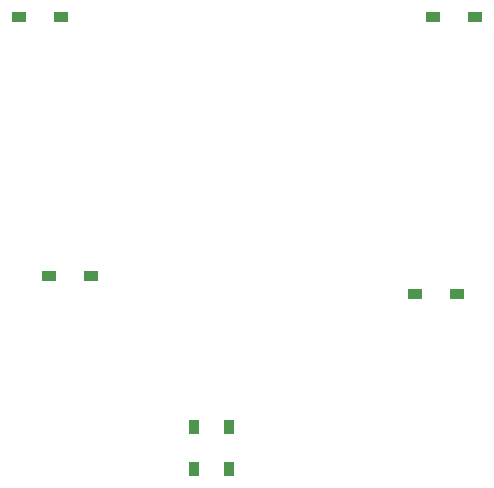
<source format=gbr>
G04 #@! TF.GenerationSoftware,KiCad,Pcbnew,(5.1.2)-2*
G04 #@! TF.CreationDate,2019-07-15T17:49:31+09:00*
G04 #@! TF.ProjectId,meishi,6d656973-6869-42e6-9b69-6361645f7063,rev?*
G04 #@! TF.SameCoordinates,Original*
G04 #@! TF.FileFunction,Paste,Bot*
G04 #@! TF.FilePolarity,Positive*
%FSLAX46Y46*%
G04 Gerber Fmt 4.6, Leading zero omitted, Abs format (unit mm)*
G04 Created by KiCad (PCBNEW (5.1.2)-2) date 2019-07-15 17:49:31*
%MOMM*%
%LPD*%
G04 APERTURE LIST*
%ADD10R,1.300000X0.950000*%
%ADD11R,0.950000X1.300000*%
G04 APERTURE END LIST*
D10*
X153275000Y-53000000D03*
X149725000Y-53000000D03*
D11*
X129500000Y-91275000D03*
X129500000Y-87725000D03*
X132500000Y-87725000D03*
X132500000Y-91275000D03*
D10*
X118275000Y-53000000D03*
X114725000Y-53000000D03*
X120775000Y-75000000D03*
X117225000Y-75000000D03*
X151775000Y-76500000D03*
X148225000Y-76500000D03*
M02*

</source>
